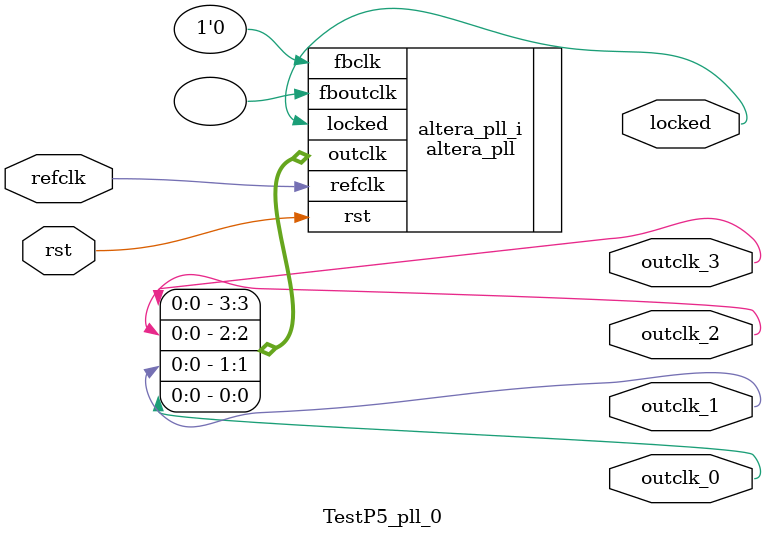
<source format=v>
`timescale 1ns/10ps
module  TestP5_pll_0(

	// interface 'refclk'
	input wire refclk,

	// interface 'reset'
	input wire rst,

	// interface 'outclk0'
	output wire outclk_0,

	// interface 'outclk1'
	output wire outclk_1,

	// interface 'outclk2'
	output wire outclk_2,

	// interface 'outclk3'
	output wire outclk_3,

	// interface 'locked'
	output wire locked
);

	altera_pll #(
		.fractional_vco_multiplier("false"),
		.reference_clock_frequency("50.0 MHz"),
		.operation_mode("direct"),
		.number_of_clocks(4),
		.output_clock_frequency0("54.000000 MHz"),
		.phase_shift0("0 ps"),
		.duty_cycle0(50),
		.output_clock_frequency1("12.000000 MHz"),
		.phase_shift1("0 ps"),
		.duty_cycle1(50),
		.output_clock_frequency2("24.000000 MHz"),
		.phase_shift2("0 ps"),
		.duty_cycle2(50),
		.output_clock_frequency3("12.000000 MHz"),
		.phase_shift3("0 ps"),
		.duty_cycle3(50),
		.output_clock_frequency4("0 MHz"),
		.phase_shift4("0 ps"),
		.duty_cycle4(50),
		.output_clock_frequency5("0 MHz"),
		.phase_shift5("0 ps"),
		.duty_cycle5(50),
		.output_clock_frequency6("0 MHz"),
		.phase_shift6("0 ps"),
		.duty_cycle6(50),
		.output_clock_frequency7("0 MHz"),
		.phase_shift7("0 ps"),
		.duty_cycle7(50),
		.output_clock_frequency8("0 MHz"),
		.phase_shift8("0 ps"),
		.duty_cycle8(50),
		.output_clock_frequency9("0 MHz"),
		.phase_shift9("0 ps"),
		.duty_cycle9(50),
		.output_clock_frequency10("0 MHz"),
		.phase_shift10("0 ps"),
		.duty_cycle10(50),
		.output_clock_frequency11("0 MHz"),
		.phase_shift11("0 ps"),
		.duty_cycle11(50),
		.output_clock_frequency12("0 MHz"),
		.phase_shift12("0 ps"),
		.duty_cycle12(50),
		.output_clock_frequency13("0 MHz"),
		.phase_shift13("0 ps"),
		.duty_cycle13(50),
		.output_clock_frequency14("0 MHz"),
		.phase_shift14("0 ps"),
		.duty_cycle14(50),
		.output_clock_frequency15("0 MHz"),
		.phase_shift15("0 ps"),
		.duty_cycle15(50),
		.output_clock_frequency16("0 MHz"),
		.phase_shift16("0 ps"),
		.duty_cycle16(50),
		.output_clock_frequency17("0 MHz"),
		.phase_shift17("0 ps"),
		.duty_cycle17(50),
		.pll_type("General"),
		.pll_subtype("General")
	) altera_pll_i (
		.rst	(rst),
		.outclk	({outclk_3, outclk_2, outclk_1, outclk_0}),
		.locked	(locked),
		.fboutclk	( ),
		.fbclk	(1'b0),
		.refclk	(refclk)
	);
endmodule


</source>
